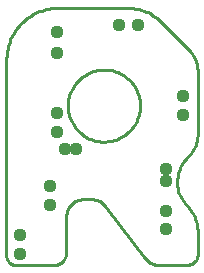
<source format=gbs>
G75*
%MOIN*%
%OFA0B0*%
%FSLAX24Y24*%
%IPPOS*%
%LPD*%
%AMOC8*
5,1,8,0,0,1.08239X$1,22.5*
%
%ADD10C,0.0100*%
%ADD11C,0.0437*%
D10*
X002671Y002579D02*
X003996Y002579D01*
X004036Y002584D01*
X004074Y002592D01*
X004112Y002604D01*
X004148Y002619D01*
X004183Y002638D01*
X004216Y002660D01*
X004247Y002684D01*
X004276Y002712D01*
X004302Y002742D01*
X004324Y002774D01*
X004344Y002808D01*
X004361Y002844D01*
X004374Y002881D01*
X004384Y002919D01*
X004390Y002958D01*
X004393Y002998D01*
X004392Y003037D01*
X004392Y004208D01*
X004394Y004254D01*
X004400Y004300D01*
X004409Y004345D01*
X004422Y004390D01*
X004439Y004433D01*
X004459Y004474D01*
X004483Y004514D01*
X004510Y004551D01*
X004540Y004587D01*
X004572Y004619D01*
X004608Y004649D01*
X004645Y004676D01*
X004685Y004700D01*
X004726Y004720D01*
X004769Y004737D01*
X004814Y004750D01*
X004859Y004759D01*
X004905Y004765D01*
X004951Y004767D01*
X005240Y004767D01*
X005684Y004547D02*
X006987Y002844D01*
X007396Y002579D02*
X008413Y002579D01*
X008450Y002581D01*
X008487Y002587D01*
X008522Y002596D01*
X008557Y002610D01*
X008590Y002626D01*
X008621Y002647D01*
X008650Y002670D01*
X008676Y002696D01*
X008699Y002725D01*
X008720Y002756D01*
X008736Y002789D01*
X008750Y002824D01*
X008759Y002859D01*
X008765Y002896D01*
X008767Y002933D01*
X008767Y003609D01*
X008390Y004581D02*
X008385Y004586D01*
X008386Y004586D02*
X008343Y004632D01*
X008302Y004680D01*
X008265Y004731D01*
X008231Y004784D01*
X008200Y004839D01*
X008172Y004896D01*
X008148Y004954D01*
X008127Y005013D01*
X008110Y005074D01*
X008097Y005136D01*
X008088Y005198D01*
X008082Y005261D01*
X008080Y005324D01*
X008454Y006204D02*
X008454Y006204D01*
X008767Y006959D02*
X008767Y009017D01*
X008457Y009764D02*
X007522Y010699D01*
X006453Y011142D02*
X004130Y011142D01*
X004129Y011142D02*
X004048Y011141D01*
X003967Y011137D01*
X003886Y011129D01*
X003806Y011117D01*
X003726Y011101D01*
X003647Y011081D01*
X003569Y011058D01*
X003493Y011031D01*
X003417Y011000D01*
X003344Y010966D01*
X003272Y010929D01*
X003202Y010888D01*
X003133Y010843D01*
X003068Y010796D01*
X003004Y010745D01*
X002943Y010692D01*
X002884Y010635D01*
X002829Y010576D01*
X002776Y010515D01*
X002726Y010450D01*
X002679Y010384D01*
X002636Y010315D01*
X002595Y010245D01*
X002559Y010172D01*
X002525Y010098D01*
X002495Y010023D01*
X002469Y009946D01*
X002447Y009868D01*
X002428Y009789D01*
X002413Y009709D01*
X002402Y009628D01*
X002395Y009547D01*
X002391Y009466D01*
X002392Y009466D02*
X002392Y002921D01*
X002390Y002889D01*
X002392Y002856D01*
X002397Y002824D01*
X002406Y002792D01*
X002418Y002762D01*
X002433Y002733D01*
X002450Y002705D01*
X002471Y002680D01*
X002494Y002657D01*
X002520Y002637D01*
X002547Y002619D01*
X002576Y002604D01*
X002607Y002593D01*
X002639Y002585D01*
X002671Y002580D01*
X005240Y004767D02*
X005287Y004765D01*
X005333Y004759D01*
X005378Y004750D01*
X005423Y004736D01*
X005467Y004719D01*
X005508Y004698D01*
X005548Y004674D01*
X005586Y004647D01*
X005621Y004617D01*
X005654Y004583D01*
X005684Y004548D01*
X008390Y004581D02*
X008438Y004529D01*
X008483Y004473D01*
X008525Y004416D01*
X008564Y004356D01*
X008600Y004294D01*
X008632Y004231D01*
X008662Y004166D01*
X008687Y004099D01*
X008710Y004031D01*
X008728Y003962D01*
X008743Y003893D01*
X008755Y003822D01*
X008762Y003751D01*
X008766Y003680D01*
X008767Y003609D01*
X007397Y002580D02*
X007351Y002587D01*
X007307Y002598D01*
X007263Y002612D01*
X007221Y002631D01*
X007181Y002652D01*
X007142Y002677D01*
X007106Y002705D01*
X007072Y002736D01*
X007041Y002770D01*
X007013Y002806D01*
X006988Y002844D01*
X008079Y005324D02*
X008081Y005389D01*
X008087Y005455D01*
X008096Y005519D01*
X008109Y005584D01*
X008125Y005647D01*
X008144Y005710D01*
X008167Y005771D01*
X008192Y005831D01*
X008221Y005890D01*
X008253Y005947D01*
X008288Y006003D01*
X008325Y006056D01*
X008366Y006108D01*
X008409Y006157D01*
X008454Y006204D01*
X008455Y006204D02*
X008499Y006251D01*
X008540Y006301D01*
X008578Y006353D01*
X008613Y006407D01*
X008645Y006463D01*
X008673Y006521D01*
X008698Y006581D01*
X008719Y006642D01*
X008736Y006704D01*
X008750Y006767D01*
X008759Y006830D01*
X008765Y006895D01*
X008767Y006959D01*
X008455Y006204D02*
X008454Y006203D01*
X008766Y009017D02*
X008764Y009081D01*
X008758Y009144D01*
X008749Y009207D01*
X008735Y009270D01*
X008718Y009331D01*
X008697Y009391D01*
X008673Y009450D01*
X008645Y009508D01*
X008614Y009563D01*
X008579Y009617D01*
X008541Y009668D01*
X008500Y009717D01*
X008457Y009764D01*
X007522Y010699D02*
X007468Y010750D01*
X007412Y010799D01*
X007354Y010844D01*
X007293Y010887D01*
X007230Y010927D01*
X007166Y010963D01*
X007099Y010997D01*
X007032Y011027D01*
X006962Y011054D01*
X006892Y011077D01*
X006820Y011097D01*
X006748Y011113D01*
X006675Y011126D01*
X006601Y011135D01*
X006527Y011140D01*
X006453Y011142D01*
X004442Y007892D02*
X004444Y007961D01*
X004450Y008030D01*
X004460Y008098D01*
X004474Y008166D01*
X004491Y008233D01*
X004513Y008299D01*
X004538Y008363D01*
X004567Y008426D01*
X004600Y008487D01*
X004636Y008546D01*
X004675Y008603D01*
X004718Y008657D01*
X004763Y008709D01*
X004812Y008759D01*
X004863Y008805D01*
X004917Y008848D01*
X004974Y008889D01*
X005032Y008925D01*
X005093Y008959D01*
X005155Y008989D01*
X005219Y009015D01*
X005284Y009037D01*
X005351Y009056D01*
X005419Y009071D01*
X005487Y009082D01*
X005556Y009089D01*
X005625Y009092D01*
X005694Y009091D01*
X005763Y009086D01*
X005831Y009077D01*
X005899Y009064D01*
X005966Y009047D01*
X006033Y009027D01*
X006097Y009002D01*
X006160Y008974D01*
X006222Y008943D01*
X006281Y008907D01*
X006339Y008869D01*
X006394Y008827D01*
X006447Y008782D01*
X006497Y008734D01*
X006544Y008684D01*
X006588Y008630D01*
X006629Y008575D01*
X006667Y008517D01*
X006701Y008457D01*
X006732Y008395D01*
X006759Y008331D01*
X006782Y008266D01*
X006802Y008200D01*
X006818Y008132D01*
X006830Y008064D01*
X006838Y007996D01*
X006842Y007927D01*
X006842Y007857D01*
X006838Y007788D01*
X006830Y007720D01*
X006818Y007652D01*
X006802Y007584D01*
X006782Y007518D01*
X006759Y007453D01*
X006732Y007389D01*
X006701Y007327D01*
X006667Y007267D01*
X006629Y007209D01*
X006588Y007154D01*
X006544Y007100D01*
X006497Y007050D01*
X006447Y007002D01*
X006394Y006957D01*
X006339Y006915D01*
X006281Y006877D01*
X006222Y006841D01*
X006160Y006810D01*
X006097Y006782D01*
X006033Y006757D01*
X005966Y006737D01*
X005899Y006720D01*
X005831Y006707D01*
X005763Y006698D01*
X005694Y006693D01*
X005625Y006692D01*
X005556Y006695D01*
X005487Y006702D01*
X005419Y006713D01*
X005351Y006728D01*
X005284Y006747D01*
X005219Y006769D01*
X005155Y006795D01*
X005093Y006825D01*
X005032Y006859D01*
X004974Y006895D01*
X004917Y006936D01*
X004863Y006979D01*
X004812Y007025D01*
X004763Y007075D01*
X004718Y007127D01*
X004675Y007181D01*
X004636Y007238D01*
X004600Y007297D01*
X004567Y007358D01*
X004538Y007421D01*
X004513Y007485D01*
X004491Y007551D01*
X004474Y007618D01*
X004460Y007686D01*
X004450Y007754D01*
X004444Y007823D01*
X004442Y007892D01*
D11*
X004079Y007642D03*
X004079Y007017D03*
X004329Y006454D03*
X004704Y006454D03*
X003829Y005204D03*
X003829Y004579D03*
X002829Y003579D03*
X002829Y002954D03*
X007704Y003767D03*
X007704Y004392D03*
X007704Y005392D03*
X007704Y005767D03*
X008267Y007579D03*
X008267Y008204D03*
X006767Y010579D03*
X006142Y010579D03*
X004079Y010329D03*
X004079Y009642D03*
M02*

</source>
